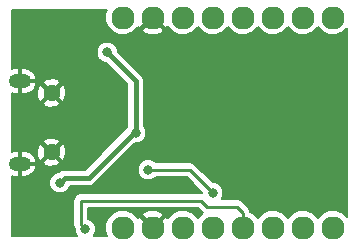
<source format=gbl>
G04 #@! TF.GenerationSoftware,KiCad,Pcbnew,(5.0.0)*
G04 #@! TF.CreationDate,2018-08-19T14:30:57-03:00*
G04 #@! TF.ProjectId,franzininho-tiny841,6672616E7A696E696E686F2D74696E79,rev?*
G04 #@! TF.SameCoordinates,Original*
G04 #@! TF.FileFunction,Copper,L2,Bot,Signal*
G04 #@! TF.FilePolarity,Positive*
%FSLAX46Y46*%
G04 Gerber Fmt 4.6, Leading zero omitted, Abs format (unit mm)*
G04 Created by KiCad (PCBNEW (5.0.0)) date 08/19/18 14:30:57*
%MOMM*%
%LPD*%
G01*
G04 APERTURE LIST*
G04 #@! TA.AperFunction,ComponentPad*
%ADD10C,1.450000*%
G04 #@! TD*
G04 #@! TA.AperFunction,ComponentPad*
%ADD11O,1.900000X1.200000*%
G04 #@! TD*
G04 #@! TA.AperFunction,ComponentPad*
%ADD12C,1.960000*%
G04 #@! TD*
G04 #@! TA.AperFunction,ViaPad*
%ADD13C,0.800000*%
G04 #@! TD*
G04 #@! TA.AperFunction,Conductor*
%ADD14C,0.381000*%
G04 #@! TD*
G04 #@! TA.AperFunction,Conductor*
%ADD15C,0.250000*%
G04 #@! TD*
G04 #@! TA.AperFunction,Conductor*
%ADD16C,0.254000*%
G04 #@! TD*
G04 #@! TA.AperFunction,Conductor*
%ADD17C,0.200000*%
G04 #@! TD*
G04 APERTURE END LIST*
D10*
G04 #@! TO.P,J1,6*
G04 #@! TO.N,GNDREF*
X184469500Y-110530000D03*
X184469500Y-115530000D03*
D11*
X181769500Y-109530000D03*
X181769500Y-116530000D03*
G04 #@! TD*
D12*
G04 #@! TO.P,J2,8*
G04 #@! TO.N,PA5*
X208280000Y-104140000D03*
G04 #@! TO.P,J2,7*
G04 #@! TO.N,PA4*
X205740000Y-104140000D03*
G04 #@! TO.P,J2,6*
G04 #@! TO.N,PA3*
X203200000Y-104140000D03*
G04 #@! TO.P,J2,5*
G04 #@! TO.N,PA2*
X200660000Y-104140000D03*
G04 #@! TO.P,J2,4*
G04 #@! TO.N,PA1*
X198120000Y-104140000D03*
G04 #@! TO.P,J2,3*
G04 #@! TO.N,PA0*
X195580000Y-104140000D03*
G04 #@! TO.P,J2,2*
G04 #@! TO.N,GNDREF*
X193040000Y-104140000D03*
G04 #@! TO.P,J2,1*
G04 #@! TO.N,+BATT*
X190500000Y-104140000D03*
G04 #@! TD*
G04 #@! TO.P,J3,1*
G04 #@! TO.N,+5V*
X190500000Y-121920000D03*
G04 #@! TO.P,J3,2*
G04 #@! TO.N,GNDREF*
X193040000Y-121920000D03*
G04 #@! TO.P,J3,3*
G04 #@! TO.N,PB0*
X195580000Y-121920000D03*
G04 #@! TO.P,J3,4*
G04 #@! TO.N,PB1*
X198120000Y-121920000D03*
G04 #@! TO.P,J3,5*
G04 #@! TO.N,PB3*
X200660000Y-121920000D03*
G04 #@! TO.P,J3,6*
G04 #@! TO.N,PB2*
X203200000Y-121920000D03*
G04 #@! TO.P,J3,7*
G04 #@! TO.N,PA7*
X205740000Y-121920000D03*
G04 #@! TO.P,J3,8*
G04 #@! TO.N,PA6*
X208280000Y-121920000D03*
G04 #@! TD*
D13*
G04 #@! TO.N,+5V*
X185166000Y-118110000D03*
X191579500Y-113890500D03*
X189178000Y-107094000D03*
G04 #@! TO.N,PB3*
X187325000Y-122047000D03*
G04 #@! TO.N,PB1*
X192659000Y-117030500D03*
X198120000Y-118999000D03*
G04 #@! TD*
D14*
G04 #@! TO.N,+5V*
X185565999Y-117710001D02*
X187597999Y-117710001D01*
X185166000Y-118110000D02*
X185565999Y-117710001D01*
X187597999Y-117710001D02*
X191417500Y-113890500D01*
X191417500Y-113890500D02*
X191579500Y-113890500D01*
X191579500Y-113890500D02*
X191579500Y-109495500D01*
X191579500Y-109495500D02*
X189178000Y-107094000D01*
D15*
G04 #@! TO.N,PB3*
X200660000Y-120650000D02*
X200660000Y-121920000D01*
X186944000Y-121666000D02*
X186944000Y-119634000D01*
X187325000Y-122047000D02*
X186944000Y-121666000D01*
X186944000Y-119634000D02*
X197104000Y-119634000D01*
X197104000Y-119634000D02*
X197612000Y-120142000D01*
X197612000Y-120142000D02*
X200152000Y-120142000D01*
X200152000Y-120142000D02*
X200660000Y-120650000D01*
D16*
G04 #@! TO.N,PB1*
X192659000Y-117030500D02*
X196151500Y-117030500D01*
X196151500Y-117030500D02*
X198120000Y-118999000D01*
G04 #@! TD*
D17*
G04 #@! TO.N,GNDREF*
G36*
X197126531Y-120540415D02*
X197161400Y-120592600D01*
X197277074Y-120669890D01*
X196865317Y-121081647D01*
X196850000Y-121118625D01*
X196834683Y-121081647D01*
X196418353Y-120665317D01*
X195874390Y-120440000D01*
X195285610Y-120440000D01*
X194741647Y-120665317D01*
X194325317Y-121081647D01*
X194312023Y-121113742D01*
X194086785Y-121014636D01*
X193181421Y-121920000D01*
X193195564Y-121934143D01*
X193054143Y-122075564D01*
X193040000Y-122061421D01*
X193025858Y-122075564D01*
X192884437Y-121934143D01*
X192898579Y-121920000D01*
X191993215Y-121014636D01*
X191767977Y-121113742D01*
X191754683Y-121081647D01*
X191546251Y-120873215D01*
X192134636Y-120873215D01*
X193040000Y-121778579D01*
X193945364Y-120873215D01*
X193844113Y-120643102D01*
X193294256Y-120432580D01*
X192705691Y-120448503D01*
X192235887Y-120643102D01*
X192134636Y-120873215D01*
X191546251Y-120873215D01*
X191338353Y-120665317D01*
X190794390Y-120440000D01*
X190205610Y-120440000D01*
X189661647Y-120665317D01*
X189245317Y-121081647D01*
X189020000Y-121625610D01*
X189020000Y-122214390D01*
X189175583Y-122590000D01*
X188054792Y-122590000D01*
X188087983Y-122556809D01*
X188225000Y-122226021D01*
X188225000Y-121867979D01*
X188087983Y-121537191D01*
X187834809Y-121284017D01*
X187569000Y-121173915D01*
X187569000Y-120259000D01*
X196845117Y-120259000D01*
X197126531Y-120540415D01*
X197126531Y-120540415D01*
G37*
X197126531Y-120540415D02*
X197161400Y-120592600D01*
X197277074Y-120669890D01*
X196865317Y-121081647D01*
X196850000Y-121118625D01*
X196834683Y-121081647D01*
X196418353Y-120665317D01*
X195874390Y-120440000D01*
X195285610Y-120440000D01*
X194741647Y-120665317D01*
X194325317Y-121081647D01*
X194312023Y-121113742D01*
X194086785Y-121014636D01*
X193181421Y-121920000D01*
X193195564Y-121934143D01*
X193054143Y-122075564D01*
X193040000Y-122061421D01*
X193025858Y-122075564D01*
X192884437Y-121934143D01*
X192898579Y-121920000D01*
X191993215Y-121014636D01*
X191767977Y-121113742D01*
X191754683Y-121081647D01*
X191546251Y-120873215D01*
X192134636Y-120873215D01*
X193040000Y-121778579D01*
X193945364Y-120873215D01*
X193844113Y-120643102D01*
X193294256Y-120432580D01*
X192705691Y-120448503D01*
X192235887Y-120643102D01*
X192134636Y-120873215D01*
X191546251Y-120873215D01*
X191338353Y-120665317D01*
X190794390Y-120440000D01*
X190205610Y-120440000D01*
X189661647Y-120665317D01*
X189245317Y-121081647D01*
X189020000Y-121625610D01*
X189020000Y-122214390D01*
X189175583Y-122590000D01*
X188054792Y-122590000D01*
X188087983Y-122556809D01*
X188225000Y-122226021D01*
X188225000Y-121867979D01*
X188087983Y-121537191D01*
X187834809Y-121284017D01*
X187569000Y-121173915D01*
X187569000Y-120259000D01*
X196845117Y-120259000D01*
X197126531Y-120540415D01*
G36*
X189020000Y-103845610D02*
X189020000Y-104434390D01*
X189245317Y-104978353D01*
X189661647Y-105394683D01*
X190205610Y-105620000D01*
X190794390Y-105620000D01*
X191338353Y-105394683D01*
X191546251Y-105186785D01*
X192134636Y-105186785D01*
X192235887Y-105416898D01*
X192785744Y-105627420D01*
X193374309Y-105611497D01*
X193844113Y-105416898D01*
X193945364Y-105186785D01*
X193040000Y-104281421D01*
X192134636Y-105186785D01*
X191546251Y-105186785D01*
X191754683Y-104978353D01*
X191767977Y-104946258D01*
X191993215Y-105045364D01*
X192898579Y-104140000D01*
X192884437Y-104125858D01*
X193025858Y-103984437D01*
X193040000Y-103998579D01*
X193054143Y-103984437D01*
X193195564Y-104125858D01*
X193181421Y-104140000D01*
X194086785Y-105045364D01*
X194312023Y-104946258D01*
X194325317Y-104978353D01*
X194741647Y-105394683D01*
X195285610Y-105620000D01*
X195874390Y-105620000D01*
X196418353Y-105394683D01*
X196834683Y-104978353D01*
X196850000Y-104941375D01*
X196865317Y-104978353D01*
X197281647Y-105394683D01*
X197825610Y-105620000D01*
X198414390Y-105620000D01*
X198958353Y-105394683D01*
X199374683Y-104978353D01*
X199390000Y-104941375D01*
X199405317Y-104978353D01*
X199821647Y-105394683D01*
X200365610Y-105620000D01*
X200954390Y-105620000D01*
X201498353Y-105394683D01*
X201914683Y-104978353D01*
X201930000Y-104941375D01*
X201945317Y-104978353D01*
X202361647Y-105394683D01*
X202905610Y-105620000D01*
X203494390Y-105620000D01*
X204038353Y-105394683D01*
X204454683Y-104978353D01*
X204470000Y-104941375D01*
X204485317Y-104978353D01*
X204901647Y-105394683D01*
X205445610Y-105620000D01*
X206034390Y-105620000D01*
X206578353Y-105394683D01*
X206994683Y-104978353D01*
X207010000Y-104941375D01*
X207025317Y-104978353D01*
X207441647Y-105394683D01*
X207985610Y-105620000D01*
X208574390Y-105620000D01*
X209118353Y-105394683D01*
X209450000Y-105063036D01*
X209450000Y-120996964D01*
X209118353Y-120665317D01*
X208574390Y-120440000D01*
X207985610Y-120440000D01*
X207441647Y-120665317D01*
X207025317Y-121081647D01*
X207010000Y-121118625D01*
X206994683Y-121081647D01*
X206578353Y-120665317D01*
X206034390Y-120440000D01*
X205445610Y-120440000D01*
X204901647Y-120665317D01*
X204485317Y-121081647D01*
X204470000Y-121118625D01*
X204454683Y-121081647D01*
X204038353Y-120665317D01*
X203494390Y-120440000D01*
X202905610Y-120440000D01*
X202361647Y-120665317D01*
X201945317Y-121081647D01*
X201930000Y-121118625D01*
X201914683Y-121081647D01*
X201498353Y-120665317D01*
X201282507Y-120575910D01*
X201275446Y-120540415D01*
X201248737Y-120406137D01*
X201110600Y-120199400D01*
X201058415Y-120164531D01*
X200637472Y-119743590D01*
X200602600Y-119691400D01*
X200395863Y-119553263D01*
X200213555Y-119517000D01*
X200152000Y-119504756D01*
X200090445Y-119517000D01*
X198874792Y-119517000D01*
X198882983Y-119508809D01*
X199020000Y-119178021D01*
X199020000Y-118819979D01*
X198882983Y-118489191D01*
X198629809Y-118236017D01*
X198299021Y-118099000D01*
X198106712Y-118099000D01*
X196638520Y-116630809D01*
X196603541Y-116578459D01*
X196396143Y-116439880D01*
X196213250Y-116403500D01*
X196213246Y-116403500D01*
X196151500Y-116391218D01*
X196089754Y-116403500D01*
X193304792Y-116403500D01*
X193168809Y-116267517D01*
X192838021Y-116130500D01*
X192479979Y-116130500D01*
X192149191Y-116267517D01*
X191896017Y-116520691D01*
X191759000Y-116851479D01*
X191759000Y-117209521D01*
X191896017Y-117540309D01*
X192149191Y-117793483D01*
X192479979Y-117930500D01*
X192838021Y-117930500D01*
X193168809Y-117793483D01*
X193304792Y-117657500D01*
X195891789Y-117657500D01*
X197220000Y-118985712D01*
X197220000Y-119019830D01*
X197165555Y-119009000D01*
X197104000Y-118996756D01*
X197042445Y-119009000D01*
X187005555Y-119009000D01*
X186944000Y-118996756D01*
X186882445Y-119009000D01*
X186700137Y-119045263D01*
X186493400Y-119183400D01*
X186355263Y-119390137D01*
X186306756Y-119634000D01*
X186319001Y-119695560D01*
X186319000Y-121604445D01*
X186306756Y-121666000D01*
X186319000Y-121727554D01*
X186355263Y-121909862D01*
X186425000Y-122014231D01*
X186425000Y-122226021D01*
X186562017Y-122556809D01*
X186595208Y-122590000D01*
X181075000Y-122590000D01*
X181075000Y-117930979D01*
X184266000Y-117930979D01*
X184266000Y-118289021D01*
X184403017Y-118619809D01*
X184656191Y-118872983D01*
X184986979Y-119010000D01*
X185345021Y-119010000D01*
X185675809Y-118872983D01*
X185928983Y-118619809D01*
X186019823Y-118400501D01*
X187529999Y-118400501D01*
X187597999Y-118414027D01*
X187665999Y-118400501D01*
X187666004Y-118400501D01*
X187867418Y-118360437D01*
X188095821Y-118207823D01*
X188134343Y-118150171D01*
X191494014Y-114790500D01*
X191758521Y-114790500D01*
X192089309Y-114653483D01*
X192342483Y-114400309D01*
X192479500Y-114069521D01*
X192479500Y-113711479D01*
X192342483Y-113380691D01*
X192270000Y-113308208D01*
X192270000Y-109563500D01*
X192283526Y-109495500D01*
X192270000Y-109427500D01*
X192270000Y-109427495D01*
X192229936Y-109226081D01*
X192197482Y-109177510D01*
X192115844Y-109055329D01*
X192115841Y-109055326D01*
X192077322Y-108997678D01*
X192019673Y-108959158D01*
X190078000Y-107017486D01*
X190078000Y-106914979D01*
X189940983Y-106584191D01*
X189687809Y-106331017D01*
X189357021Y-106194000D01*
X188998979Y-106194000D01*
X188668191Y-106331017D01*
X188415017Y-106584191D01*
X188278000Y-106914979D01*
X188278000Y-107273021D01*
X188415017Y-107603809D01*
X188668191Y-107856983D01*
X188998979Y-107994000D01*
X189101486Y-107994000D01*
X190889001Y-109781516D01*
X190889000Y-113308208D01*
X190816517Y-113380691D01*
X190721568Y-113609918D01*
X187311985Y-117019501D01*
X185633998Y-117019501D01*
X185565998Y-117005975D01*
X185497998Y-117019501D01*
X185497994Y-117019501D01*
X185296580Y-117059565D01*
X185071438Y-117210000D01*
X184986979Y-117210000D01*
X184656191Y-117347017D01*
X184403017Y-117600191D01*
X184266000Y-117930979D01*
X181075000Y-117930979D01*
X181075000Y-117557834D01*
X181319500Y-117630000D01*
X181669500Y-117630000D01*
X181669500Y-116630000D01*
X181869500Y-116630000D01*
X181869500Y-117630000D01*
X182219500Y-117630000D01*
X182632840Y-117507999D01*
X182968028Y-117237107D01*
X183174036Y-116858564D01*
X183185815Y-116800134D01*
X183089358Y-116630000D01*
X181869500Y-116630000D01*
X181669500Y-116630000D01*
X181649500Y-116630000D01*
X181649500Y-116430000D01*
X181669500Y-116430000D01*
X181669500Y-115430000D01*
X181869500Y-115430000D01*
X181869500Y-116430000D01*
X183089358Y-116430000D01*
X183110705Y-116392346D01*
X183748575Y-116392346D01*
X183818615Y-116595996D01*
X184276100Y-116763935D01*
X184763028Y-116744018D01*
X185120385Y-116595996D01*
X185190425Y-116392346D01*
X184469500Y-115671421D01*
X183748575Y-116392346D01*
X183110705Y-116392346D01*
X183185815Y-116259866D01*
X183174036Y-116201436D01*
X182968028Y-115822893D01*
X182632840Y-115552001D01*
X182219500Y-115430000D01*
X181869500Y-115430000D01*
X181669500Y-115430000D01*
X181319500Y-115430000D01*
X181075000Y-115502166D01*
X181075000Y-115336600D01*
X183235565Y-115336600D01*
X183255482Y-115823528D01*
X183403504Y-116180885D01*
X183607154Y-116250925D01*
X184328079Y-115530000D01*
X184610921Y-115530000D01*
X185331846Y-116250925D01*
X185535496Y-116180885D01*
X185703435Y-115723400D01*
X185683518Y-115236472D01*
X185535496Y-114879115D01*
X185331846Y-114809075D01*
X184610921Y-115530000D01*
X184328079Y-115530000D01*
X183607154Y-114809075D01*
X183403504Y-114879115D01*
X183235565Y-115336600D01*
X181075000Y-115336600D01*
X181075000Y-114667654D01*
X183748575Y-114667654D01*
X184469500Y-115388579D01*
X185190425Y-114667654D01*
X185120385Y-114464004D01*
X184662900Y-114296065D01*
X184175972Y-114315982D01*
X183818615Y-114464004D01*
X183748575Y-114667654D01*
X181075000Y-114667654D01*
X181075000Y-111392346D01*
X183748575Y-111392346D01*
X183818615Y-111595996D01*
X184276100Y-111763935D01*
X184763028Y-111744018D01*
X185120385Y-111595996D01*
X185190425Y-111392346D01*
X184469500Y-110671421D01*
X183748575Y-111392346D01*
X181075000Y-111392346D01*
X181075000Y-110557834D01*
X181319500Y-110630000D01*
X181669500Y-110630000D01*
X181669500Y-109630000D01*
X181869500Y-109630000D01*
X181869500Y-110630000D01*
X182219500Y-110630000D01*
X182632840Y-110507999D01*
X182844920Y-110336600D01*
X183235565Y-110336600D01*
X183255482Y-110823528D01*
X183403504Y-111180885D01*
X183607154Y-111250925D01*
X184328079Y-110530000D01*
X184610921Y-110530000D01*
X185331846Y-111250925D01*
X185535496Y-111180885D01*
X185703435Y-110723400D01*
X185683518Y-110236472D01*
X185535496Y-109879115D01*
X185331846Y-109809075D01*
X184610921Y-110530000D01*
X184328079Y-110530000D01*
X183607154Y-109809075D01*
X183403504Y-109879115D01*
X183235565Y-110336600D01*
X182844920Y-110336600D01*
X182968028Y-110237107D01*
X183174036Y-109858564D01*
X183185815Y-109800134D01*
X183110706Y-109667654D01*
X183748575Y-109667654D01*
X184469500Y-110388579D01*
X185190425Y-109667654D01*
X185120385Y-109464004D01*
X184662900Y-109296065D01*
X184175972Y-109315982D01*
X183818615Y-109464004D01*
X183748575Y-109667654D01*
X183110706Y-109667654D01*
X183089358Y-109630000D01*
X181869500Y-109630000D01*
X181669500Y-109630000D01*
X181649500Y-109630000D01*
X181649500Y-109430000D01*
X181669500Y-109430000D01*
X181669500Y-108430000D01*
X181869500Y-108430000D01*
X181869500Y-109430000D01*
X183089358Y-109430000D01*
X183185815Y-109259866D01*
X183174036Y-109201436D01*
X182968028Y-108822893D01*
X182632840Y-108552001D01*
X182219500Y-108430000D01*
X181869500Y-108430000D01*
X181669500Y-108430000D01*
X181319500Y-108430000D01*
X181075000Y-108502166D01*
X181075000Y-103470000D01*
X189175583Y-103470000D01*
X189020000Y-103845610D01*
X189020000Y-103845610D01*
G37*
X189020000Y-103845610D02*
X189020000Y-104434390D01*
X189245317Y-104978353D01*
X189661647Y-105394683D01*
X190205610Y-105620000D01*
X190794390Y-105620000D01*
X191338353Y-105394683D01*
X191546251Y-105186785D01*
X192134636Y-105186785D01*
X192235887Y-105416898D01*
X192785744Y-105627420D01*
X193374309Y-105611497D01*
X193844113Y-105416898D01*
X193945364Y-105186785D01*
X193040000Y-104281421D01*
X192134636Y-105186785D01*
X191546251Y-105186785D01*
X191754683Y-104978353D01*
X191767977Y-104946258D01*
X191993215Y-105045364D01*
X192898579Y-104140000D01*
X192884437Y-104125858D01*
X193025858Y-103984437D01*
X193040000Y-103998579D01*
X193054143Y-103984437D01*
X193195564Y-104125858D01*
X193181421Y-104140000D01*
X194086785Y-105045364D01*
X194312023Y-104946258D01*
X194325317Y-104978353D01*
X194741647Y-105394683D01*
X195285610Y-105620000D01*
X195874390Y-105620000D01*
X196418353Y-105394683D01*
X196834683Y-104978353D01*
X196850000Y-104941375D01*
X196865317Y-104978353D01*
X197281647Y-105394683D01*
X197825610Y-105620000D01*
X198414390Y-105620000D01*
X198958353Y-105394683D01*
X199374683Y-104978353D01*
X199390000Y-104941375D01*
X199405317Y-104978353D01*
X199821647Y-105394683D01*
X200365610Y-105620000D01*
X200954390Y-105620000D01*
X201498353Y-105394683D01*
X201914683Y-104978353D01*
X201930000Y-104941375D01*
X201945317Y-104978353D01*
X202361647Y-105394683D01*
X202905610Y-105620000D01*
X203494390Y-105620000D01*
X204038353Y-105394683D01*
X204454683Y-104978353D01*
X204470000Y-104941375D01*
X204485317Y-104978353D01*
X204901647Y-105394683D01*
X205445610Y-105620000D01*
X206034390Y-105620000D01*
X206578353Y-105394683D01*
X206994683Y-104978353D01*
X207010000Y-104941375D01*
X207025317Y-104978353D01*
X207441647Y-105394683D01*
X207985610Y-105620000D01*
X208574390Y-105620000D01*
X209118353Y-105394683D01*
X209450000Y-105063036D01*
X209450000Y-120996964D01*
X209118353Y-120665317D01*
X208574390Y-120440000D01*
X207985610Y-120440000D01*
X207441647Y-120665317D01*
X207025317Y-121081647D01*
X207010000Y-121118625D01*
X206994683Y-121081647D01*
X206578353Y-120665317D01*
X206034390Y-120440000D01*
X205445610Y-120440000D01*
X204901647Y-120665317D01*
X204485317Y-121081647D01*
X204470000Y-121118625D01*
X204454683Y-121081647D01*
X204038353Y-120665317D01*
X203494390Y-120440000D01*
X202905610Y-120440000D01*
X202361647Y-120665317D01*
X201945317Y-121081647D01*
X201930000Y-121118625D01*
X201914683Y-121081647D01*
X201498353Y-120665317D01*
X201282507Y-120575910D01*
X201275446Y-120540415D01*
X201248737Y-120406137D01*
X201110600Y-120199400D01*
X201058415Y-120164531D01*
X200637472Y-119743590D01*
X200602600Y-119691400D01*
X200395863Y-119553263D01*
X200213555Y-119517000D01*
X200152000Y-119504756D01*
X200090445Y-119517000D01*
X198874792Y-119517000D01*
X198882983Y-119508809D01*
X199020000Y-119178021D01*
X199020000Y-118819979D01*
X198882983Y-118489191D01*
X198629809Y-118236017D01*
X198299021Y-118099000D01*
X198106712Y-118099000D01*
X196638520Y-116630809D01*
X196603541Y-116578459D01*
X196396143Y-116439880D01*
X196213250Y-116403500D01*
X196213246Y-116403500D01*
X196151500Y-116391218D01*
X196089754Y-116403500D01*
X193304792Y-116403500D01*
X193168809Y-116267517D01*
X192838021Y-116130500D01*
X192479979Y-116130500D01*
X192149191Y-116267517D01*
X191896017Y-116520691D01*
X191759000Y-116851479D01*
X191759000Y-117209521D01*
X191896017Y-117540309D01*
X192149191Y-117793483D01*
X192479979Y-117930500D01*
X192838021Y-117930500D01*
X193168809Y-117793483D01*
X193304792Y-117657500D01*
X195891789Y-117657500D01*
X197220000Y-118985712D01*
X197220000Y-119019830D01*
X197165555Y-119009000D01*
X197104000Y-118996756D01*
X197042445Y-119009000D01*
X187005555Y-119009000D01*
X186944000Y-118996756D01*
X186882445Y-119009000D01*
X186700137Y-119045263D01*
X186493400Y-119183400D01*
X186355263Y-119390137D01*
X186306756Y-119634000D01*
X186319001Y-119695560D01*
X186319000Y-121604445D01*
X186306756Y-121666000D01*
X186319000Y-121727554D01*
X186355263Y-121909862D01*
X186425000Y-122014231D01*
X186425000Y-122226021D01*
X186562017Y-122556809D01*
X186595208Y-122590000D01*
X181075000Y-122590000D01*
X181075000Y-117930979D01*
X184266000Y-117930979D01*
X184266000Y-118289021D01*
X184403017Y-118619809D01*
X184656191Y-118872983D01*
X184986979Y-119010000D01*
X185345021Y-119010000D01*
X185675809Y-118872983D01*
X185928983Y-118619809D01*
X186019823Y-118400501D01*
X187529999Y-118400501D01*
X187597999Y-118414027D01*
X187665999Y-118400501D01*
X187666004Y-118400501D01*
X187867418Y-118360437D01*
X188095821Y-118207823D01*
X188134343Y-118150171D01*
X191494014Y-114790500D01*
X191758521Y-114790500D01*
X192089309Y-114653483D01*
X192342483Y-114400309D01*
X192479500Y-114069521D01*
X192479500Y-113711479D01*
X192342483Y-113380691D01*
X192270000Y-113308208D01*
X192270000Y-109563500D01*
X192283526Y-109495500D01*
X192270000Y-109427500D01*
X192270000Y-109427495D01*
X192229936Y-109226081D01*
X192197482Y-109177510D01*
X192115844Y-109055329D01*
X192115841Y-109055326D01*
X192077322Y-108997678D01*
X192019673Y-108959158D01*
X190078000Y-107017486D01*
X190078000Y-106914979D01*
X189940983Y-106584191D01*
X189687809Y-106331017D01*
X189357021Y-106194000D01*
X188998979Y-106194000D01*
X188668191Y-106331017D01*
X188415017Y-106584191D01*
X188278000Y-106914979D01*
X188278000Y-107273021D01*
X188415017Y-107603809D01*
X188668191Y-107856983D01*
X188998979Y-107994000D01*
X189101486Y-107994000D01*
X190889001Y-109781516D01*
X190889000Y-113308208D01*
X190816517Y-113380691D01*
X190721568Y-113609918D01*
X187311985Y-117019501D01*
X185633998Y-117019501D01*
X185565998Y-117005975D01*
X185497998Y-117019501D01*
X185497994Y-117019501D01*
X185296580Y-117059565D01*
X185071438Y-117210000D01*
X184986979Y-117210000D01*
X184656191Y-117347017D01*
X184403017Y-117600191D01*
X184266000Y-117930979D01*
X181075000Y-117930979D01*
X181075000Y-117557834D01*
X181319500Y-117630000D01*
X181669500Y-117630000D01*
X181669500Y-116630000D01*
X181869500Y-116630000D01*
X181869500Y-117630000D01*
X182219500Y-117630000D01*
X182632840Y-117507999D01*
X182968028Y-117237107D01*
X183174036Y-116858564D01*
X183185815Y-116800134D01*
X183089358Y-116630000D01*
X181869500Y-116630000D01*
X181669500Y-116630000D01*
X181649500Y-116630000D01*
X181649500Y-116430000D01*
X181669500Y-116430000D01*
X181669500Y-115430000D01*
X181869500Y-115430000D01*
X181869500Y-116430000D01*
X183089358Y-116430000D01*
X183110705Y-116392346D01*
X183748575Y-116392346D01*
X183818615Y-116595996D01*
X184276100Y-116763935D01*
X184763028Y-116744018D01*
X185120385Y-116595996D01*
X185190425Y-116392346D01*
X184469500Y-115671421D01*
X183748575Y-116392346D01*
X183110705Y-116392346D01*
X183185815Y-116259866D01*
X183174036Y-116201436D01*
X182968028Y-115822893D01*
X182632840Y-115552001D01*
X182219500Y-115430000D01*
X181869500Y-115430000D01*
X181669500Y-115430000D01*
X181319500Y-115430000D01*
X181075000Y-115502166D01*
X181075000Y-115336600D01*
X183235565Y-115336600D01*
X183255482Y-115823528D01*
X183403504Y-116180885D01*
X183607154Y-116250925D01*
X184328079Y-115530000D01*
X184610921Y-115530000D01*
X185331846Y-116250925D01*
X185535496Y-116180885D01*
X185703435Y-115723400D01*
X185683518Y-115236472D01*
X185535496Y-114879115D01*
X185331846Y-114809075D01*
X184610921Y-115530000D01*
X184328079Y-115530000D01*
X183607154Y-114809075D01*
X183403504Y-114879115D01*
X183235565Y-115336600D01*
X181075000Y-115336600D01*
X181075000Y-114667654D01*
X183748575Y-114667654D01*
X184469500Y-115388579D01*
X185190425Y-114667654D01*
X185120385Y-114464004D01*
X184662900Y-114296065D01*
X184175972Y-114315982D01*
X183818615Y-114464004D01*
X183748575Y-114667654D01*
X181075000Y-114667654D01*
X181075000Y-111392346D01*
X183748575Y-111392346D01*
X183818615Y-111595996D01*
X184276100Y-111763935D01*
X184763028Y-111744018D01*
X185120385Y-111595996D01*
X185190425Y-111392346D01*
X184469500Y-110671421D01*
X183748575Y-111392346D01*
X181075000Y-111392346D01*
X181075000Y-110557834D01*
X181319500Y-110630000D01*
X181669500Y-110630000D01*
X181669500Y-109630000D01*
X181869500Y-109630000D01*
X181869500Y-110630000D01*
X182219500Y-110630000D01*
X182632840Y-110507999D01*
X182844920Y-110336600D01*
X183235565Y-110336600D01*
X183255482Y-110823528D01*
X183403504Y-111180885D01*
X183607154Y-111250925D01*
X184328079Y-110530000D01*
X184610921Y-110530000D01*
X185331846Y-111250925D01*
X185535496Y-111180885D01*
X185703435Y-110723400D01*
X185683518Y-110236472D01*
X185535496Y-109879115D01*
X185331846Y-109809075D01*
X184610921Y-110530000D01*
X184328079Y-110530000D01*
X183607154Y-109809075D01*
X183403504Y-109879115D01*
X183235565Y-110336600D01*
X182844920Y-110336600D01*
X182968028Y-110237107D01*
X183174036Y-109858564D01*
X183185815Y-109800134D01*
X183110706Y-109667654D01*
X183748575Y-109667654D01*
X184469500Y-110388579D01*
X185190425Y-109667654D01*
X185120385Y-109464004D01*
X184662900Y-109296065D01*
X184175972Y-109315982D01*
X183818615Y-109464004D01*
X183748575Y-109667654D01*
X183110706Y-109667654D01*
X183089358Y-109630000D01*
X181869500Y-109630000D01*
X181669500Y-109630000D01*
X181649500Y-109630000D01*
X181649500Y-109430000D01*
X181669500Y-109430000D01*
X181669500Y-108430000D01*
X181869500Y-108430000D01*
X181869500Y-109430000D01*
X183089358Y-109430000D01*
X183185815Y-109259866D01*
X183174036Y-109201436D01*
X182968028Y-108822893D01*
X182632840Y-108552001D01*
X182219500Y-108430000D01*
X181869500Y-108430000D01*
X181669500Y-108430000D01*
X181319500Y-108430000D01*
X181075000Y-108502166D01*
X181075000Y-103470000D01*
X189175583Y-103470000D01*
X189020000Y-103845610D01*
G04 #@! TD*
M02*

</source>
